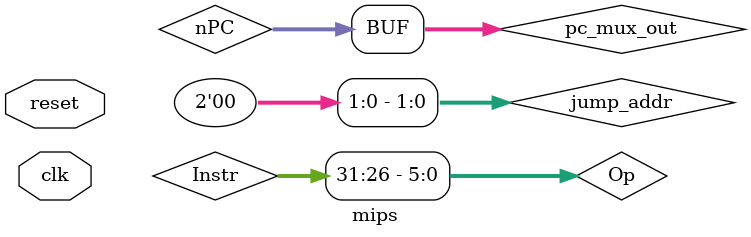
<source format=v>
`timescale 1ns / 1ps
module mips(
	input clk,
	input reset
    );
	
	//PC
	wire [31:0] nPC;
	wire [31:0] PC;
	
	PC pc(
		.clk(clk),
		.reset(reset),
		.nPC(nPC),
		.PC(PC)
		);
	
	//IM
	wire [31:0] IM_Addr = PC;
	wire [31:0] Instr;
	
	IM im(
		.Addr(IM_Addr),
		.Instr(Instr)
		);
	
	//Splitter
	wire [31:26] Op = Instr[31:26];
	wire [5:0] Funct = Instr[5:0];
	wire [25:0] imm26  = Instr[25:0];
	wire [15:0] imm16 = Instr[15:0];
	wire [25:21] rs = Instr[25:21];
	wire [20:16] rt = Instr[20:16];
	wire [15:11] rd = Instr[15:11];
	
	//Ctrl
	wire [1:0] nPCSrc;
	wire [1:0] RegSrc;
	wire MemWrite;
	wire [2:0] ALUOp;
	wire ALUSrc;
	wire [1:0] ExtOp;
	wire [1:0] RegDst;
	wire RegWrite;
	
	Ctrl ctrl(
		.Op(Op),
		.Funct(Funct),
		.nPCSrc(nPCSrc),
		.RegSrc(RegSrc),
		.MemWrite(MemWrite),
		.ALUOp(ALUOp),
		.ALUSrc(ALUSrc),
		.ExtOp(ExtOp),
		.RegDst(RegDst),
		.RegWrite(RegWrite)
		);
		
	//grf_addr3_mux
	wire [4:0] grf_addr3_mux_out;
	
	Mux4 #(5) grf_addr3_mux(
		.in0(rt),
		.in1(rd),
		.in2(5'd31),
		.op(RegDst),
		.out(grf_addr3_mux_out)
		);
		
	//GRF
	wire GRF_WriteEn = RegWrite;
	wire [4:0] GRF_Addr1 = rs;
	wire [4:0] GRF_Addr2 = rt;
	wire [4:0] GRF_Addr3 = grf_addr3_mux_out;
	wire [31:0] GRF_WriteData;
	wire [31:0] GRF_ReadData1;
	wire [31:0] GRF_ReadData2;
	
	GRF grf(
		.clk(clk),
		.reset(reset),
		.WriteEn(GRF_WriteEn),
		.Addr1(GRF_Addr1),
		.Addr2(GRF_Addr2),
		.Addr3(GRF_Addr3),
		.WriteData(GRF_WriteData),
		.ReadData1(GRF_ReadData1),
		.ReadData2(GRF_ReadData2),
		.PC(PC)		//test
		);
	
	//Ext
	wire [15:0] Ext_Src = imm16;
	wire [31:0] Ext_Dst;
	
	Ext ext(
		.Src(Ext_Src),
		.ExtOp(ExtOp),
		.Dst(Ext_Dst)
		);
	
	//alu_mux
	wire [31:0] alu_mux_out;
	
	Mux2 #(32) alu_mux(
		.in0(GRF_ReadData2),
		.in1(Ext_Dst),
		.op(ALUSrc),
		.out(alu_mux_out)
		);
	
	//ALU
	wire [31:0] A = GRF_ReadData1;
	wire [31:0] B = alu_mux_out;
	wire [31:0] ALUResult;
	wire Zero;
	
	ALU alu(
		.A(A),
		.B(B),
		.ALUOp(ALUOp),
		.ALUResult(ALUResult),
		.Zero(Zero)
		);
		
	//DM
	wire DM_WriteEn = MemWrite;
	wire [31:0] DM_Addr = ALUResult;
	wire [31:0] DM_WriteData = GRF_ReadData2;
	wire [31:0] DM_ReadData;
	
	DM dm(
		.clk(clk),
		.reset(reset),
		.WriteEn(DM_WriteEn),
		.Addr(DM_Addr),
		.WriteData(DM_WriteData),
		.ReadData(DM_ReadData),
		.PC(PC)		//test
		);
	
	//grf_writedata_mux
	wire [31:0] PC_plus_4 = PC + 4;
	wire [31:0] grf_writedata_mux_out;
	
	Mux4 #(32) grf_writedata_mux(
		.in0(ALUResult),
		.in1(DM_ReadData),
		.in2(Ext_Dst),	
		.in3(PC_plus_4),
		.op(RegSrc),
		.out(grf_writedata_mux_out)
		);
		
	assign GRF_WriteData = grf_writedata_mux_out;	//write back
	
	//pc_mux
	wire [31:0] branch_addr = Zero ? (PC_plus_4 + (Ext_Dst << 2)) : PC_plus_4;
	wire [31:0] jump_addr = {PC_plus_4[31:28], imm26, 2'b00};
	wire [31:0] pc_mux_out;
	
	Mux4 #(32) pc_mux(
		.in0(PC_plus_4),
		.in1(branch_addr),
		.in2(jump_addr),
		.in3(GRF_ReadData1),
		.op(nPCSrc),
		.out(pc_mux_out)
		);
	
	assign nPC = pc_mux_out;	//back to the very beginning

endmodule

</source>
